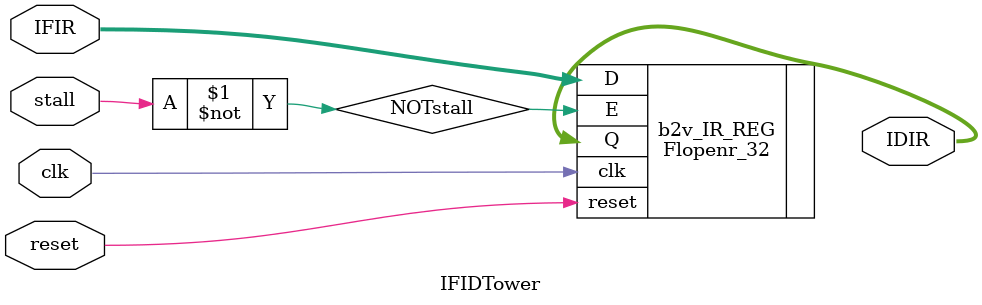
<source format=v>


// PROGRAM		"Quartus Prime"
// VERSION		"Version 20.1.1 Build 720 11/11/2020 SJ Lite Edition"
// CREATED		"Wed Aug 16 14:45:30 2023"

module IFIDTower(
	reset,
	clk,
	stall,
	IFIR,
	IDIR
);


input wire	reset;
input wire	clk;
input wire	stall;
input wire	[31:0] IFIR;
output wire	[31:0] IDIR;

wire	NOTstall;




assign	NOTstall =  ~stall;


Flopenr_32	b2v_IR_REG(
	.reset(reset),
	.clk(clk),
	.E(NOTstall),
	.D(IFIR),
	.Q(IDIR));


endmodule

</source>
